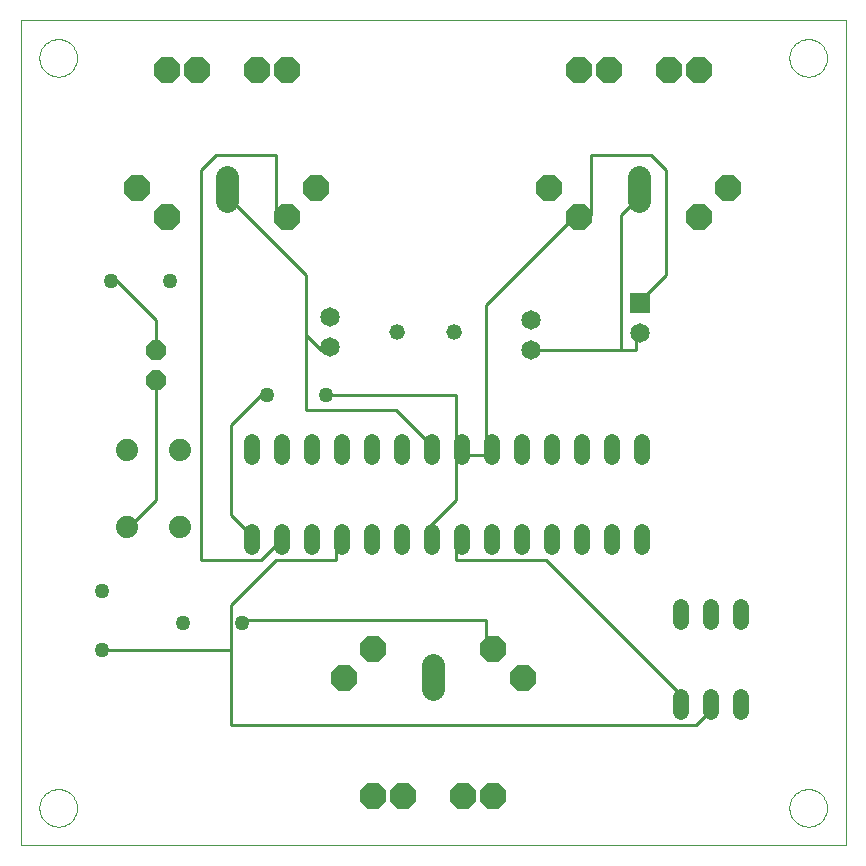
<source format=gtl>
G75*
G70*
%OFA0B0*%
%FSLAX24Y24*%
%IPPOS*%
%LPD*%
%AMOC8*
5,1,8,0,0,1.08239X$1,22.5*
%
%ADD10C,0.0000*%
%ADD11C,0.0520*%
%ADD12C,0.0740*%
%ADD13C,0.0500*%
%ADD14C,0.0520*%
%ADD15C,0.0650*%
%ADD16C,0.0780*%
%ADD17OC8,0.0860*%
%ADD18R,0.0650X0.0650*%
%ADD19OC8,0.0660*%
%ADD20C,0.0100*%
D10*
X000101Y000106D02*
X000101Y027606D01*
X027601Y027606D01*
X027601Y000106D01*
X000101Y000106D01*
X000726Y001356D02*
X000728Y001406D01*
X000734Y001455D01*
X000744Y001504D01*
X000757Y001551D01*
X000775Y001598D01*
X000796Y001643D01*
X000820Y001686D01*
X000848Y001727D01*
X000879Y001766D01*
X000913Y001802D01*
X000950Y001836D01*
X000990Y001866D01*
X001031Y001893D01*
X001075Y001917D01*
X001120Y001937D01*
X001167Y001953D01*
X001215Y001966D01*
X001264Y001975D01*
X001314Y001980D01*
X001363Y001981D01*
X001413Y001978D01*
X001462Y001971D01*
X001511Y001960D01*
X001558Y001946D01*
X001604Y001927D01*
X001649Y001905D01*
X001692Y001880D01*
X001732Y001851D01*
X001770Y001819D01*
X001806Y001785D01*
X001839Y001747D01*
X001868Y001707D01*
X001894Y001665D01*
X001917Y001621D01*
X001936Y001575D01*
X001952Y001528D01*
X001964Y001479D01*
X001972Y001430D01*
X001976Y001381D01*
X001976Y001331D01*
X001972Y001282D01*
X001964Y001233D01*
X001952Y001184D01*
X001936Y001137D01*
X001917Y001091D01*
X001894Y001047D01*
X001868Y001005D01*
X001839Y000965D01*
X001806Y000927D01*
X001770Y000893D01*
X001732Y000861D01*
X001692Y000832D01*
X001649Y000807D01*
X001604Y000785D01*
X001558Y000766D01*
X001511Y000752D01*
X001462Y000741D01*
X001413Y000734D01*
X001363Y000731D01*
X001314Y000732D01*
X001264Y000737D01*
X001215Y000746D01*
X001167Y000759D01*
X001120Y000775D01*
X001075Y000795D01*
X001031Y000819D01*
X000990Y000846D01*
X000950Y000876D01*
X000913Y000910D01*
X000879Y000946D01*
X000848Y000985D01*
X000820Y001026D01*
X000796Y001069D01*
X000775Y001114D01*
X000757Y001161D01*
X000744Y001208D01*
X000734Y001257D01*
X000728Y001306D01*
X000726Y001356D01*
X000726Y026356D02*
X000728Y026406D01*
X000734Y026455D01*
X000744Y026504D01*
X000757Y026551D01*
X000775Y026598D01*
X000796Y026643D01*
X000820Y026686D01*
X000848Y026727D01*
X000879Y026766D01*
X000913Y026802D01*
X000950Y026836D01*
X000990Y026866D01*
X001031Y026893D01*
X001075Y026917D01*
X001120Y026937D01*
X001167Y026953D01*
X001215Y026966D01*
X001264Y026975D01*
X001314Y026980D01*
X001363Y026981D01*
X001413Y026978D01*
X001462Y026971D01*
X001511Y026960D01*
X001558Y026946D01*
X001604Y026927D01*
X001649Y026905D01*
X001692Y026880D01*
X001732Y026851D01*
X001770Y026819D01*
X001806Y026785D01*
X001839Y026747D01*
X001868Y026707D01*
X001894Y026665D01*
X001917Y026621D01*
X001936Y026575D01*
X001952Y026528D01*
X001964Y026479D01*
X001972Y026430D01*
X001976Y026381D01*
X001976Y026331D01*
X001972Y026282D01*
X001964Y026233D01*
X001952Y026184D01*
X001936Y026137D01*
X001917Y026091D01*
X001894Y026047D01*
X001868Y026005D01*
X001839Y025965D01*
X001806Y025927D01*
X001770Y025893D01*
X001732Y025861D01*
X001692Y025832D01*
X001649Y025807D01*
X001604Y025785D01*
X001558Y025766D01*
X001511Y025752D01*
X001462Y025741D01*
X001413Y025734D01*
X001363Y025731D01*
X001314Y025732D01*
X001264Y025737D01*
X001215Y025746D01*
X001167Y025759D01*
X001120Y025775D01*
X001075Y025795D01*
X001031Y025819D01*
X000990Y025846D01*
X000950Y025876D01*
X000913Y025910D01*
X000879Y025946D01*
X000848Y025985D01*
X000820Y026026D01*
X000796Y026069D01*
X000775Y026114D01*
X000757Y026161D01*
X000744Y026208D01*
X000734Y026257D01*
X000728Y026306D01*
X000726Y026356D01*
X025726Y026356D02*
X025728Y026406D01*
X025734Y026455D01*
X025744Y026504D01*
X025757Y026551D01*
X025775Y026598D01*
X025796Y026643D01*
X025820Y026686D01*
X025848Y026727D01*
X025879Y026766D01*
X025913Y026802D01*
X025950Y026836D01*
X025990Y026866D01*
X026031Y026893D01*
X026075Y026917D01*
X026120Y026937D01*
X026167Y026953D01*
X026215Y026966D01*
X026264Y026975D01*
X026314Y026980D01*
X026363Y026981D01*
X026413Y026978D01*
X026462Y026971D01*
X026511Y026960D01*
X026558Y026946D01*
X026604Y026927D01*
X026649Y026905D01*
X026692Y026880D01*
X026732Y026851D01*
X026770Y026819D01*
X026806Y026785D01*
X026839Y026747D01*
X026868Y026707D01*
X026894Y026665D01*
X026917Y026621D01*
X026936Y026575D01*
X026952Y026528D01*
X026964Y026479D01*
X026972Y026430D01*
X026976Y026381D01*
X026976Y026331D01*
X026972Y026282D01*
X026964Y026233D01*
X026952Y026184D01*
X026936Y026137D01*
X026917Y026091D01*
X026894Y026047D01*
X026868Y026005D01*
X026839Y025965D01*
X026806Y025927D01*
X026770Y025893D01*
X026732Y025861D01*
X026692Y025832D01*
X026649Y025807D01*
X026604Y025785D01*
X026558Y025766D01*
X026511Y025752D01*
X026462Y025741D01*
X026413Y025734D01*
X026363Y025731D01*
X026314Y025732D01*
X026264Y025737D01*
X026215Y025746D01*
X026167Y025759D01*
X026120Y025775D01*
X026075Y025795D01*
X026031Y025819D01*
X025990Y025846D01*
X025950Y025876D01*
X025913Y025910D01*
X025879Y025946D01*
X025848Y025985D01*
X025820Y026026D01*
X025796Y026069D01*
X025775Y026114D01*
X025757Y026161D01*
X025744Y026208D01*
X025734Y026257D01*
X025728Y026306D01*
X025726Y026356D01*
X025726Y001356D02*
X025728Y001406D01*
X025734Y001455D01*
X025744Y001504D01*
X025757Y001551D01*
X025775Y001598D01*
X025796Y001643D01*
X025820Y001686D01*
X025848Y001727D01*
X025879Y001766D01*
X025913Y001802D01*
X025950Y001836D01*
X025990Y001866D01*
X026031Y001893D01*
X026075Y001917D01*
X026120Y001937D01*
X026167Y001953D01*
X026215Y001966D01*
X026264Y001975D01*
X026314Y001980D01*
X026363Y001981D01*
X026413Y001978D01*
X026462Y001971D01*
X026511Y001960D01*
X026558Y001946D01*
X026604Y001927D01*
X026649Y001905D01*
X026692Y001880D01*
X026732Y001851D01*
X026770Y001819D01*
X026806Y001785D01*
X026839Y001747D01*
X026868Y001707D01*
X026894Y001665D01*
X026917Y001621D01*
X026936Y001575D01*
X026952Y001528D01*
X026964Y001479D01*
X026972Y001430D01*
X026976Y001381D01*
X026976Y001331D01*
X026972Y001282D01*
X026964Y001233D01*
X026952Y001184D01*
X026936Y001137D01*
X026917Y001091D01*
X026894Y001047D01*
X026868Y001005D01*
X026839Y000965D01*
X026806Y000927D01*
X026770Y000893D01*
X026732Y000861D01*
X026692Y000832D01*
X026649Y000807D01*
X026604Y000785D01*
X026558Y000766D01*
X026511Y000752D01*
X026462Y000741D01*
X026413Y000734D01*
X026363Y000731D01*
X026314Y000732D01*
X026264Y000737D01*
X026215Y000746D01*
X026167Y000759D01*
X026120Y000775D01*
X026075Y000795D01*
X026031Y000819D01*
X025990Y000846D01*
X025950Y000876D01*
X025913Y000910D01*
X025879Y000946D01*
X025848Y000985D01*
X025820Y001026D01*
X025796Y001069D01*
X025775Y001114D01*
X025757Y001161D01*
X025744Y001208D01*
X025734Y001257D01*
X025728Y001306D01*
X025726Y001356D01*
D11*
X024101Y004546D02*
X024101Y005066D01*
X023101Y005066D02*
X023101Y004546D01*
X022101Y004546D02*
X022101Y005066D01*
X022101Y007546D02*
X022101Y008066D01*
X023101Y008066D02*
X023101Y007546D01*
X024101Y007546D02*
X024101Y008066D01*
X020801Y010046D02*
X020801Y010566D01*
X019801Y010566D02*
X019801Y010046D01*
X018801Y010046D02*
X018801Y010566D01*
X017801Y010566D02*
X017801Y010046D01*
X016801Y010046D02*
X016801Y010566D01*
X015801Y010566D02*
X015801Y010046D01*
X014801Y010046D02*
X014801Y010566D01*
X013801Y010566D02*
X013801Y010046D01*
X012801Y010046D02*
X012801Y010566D01*
X011801Y010566D02*
X011801Y010046D01*
X010801Y010046D02*
X010801Y010566D01*
X009801Y010566D02*
X009801Y010046D01*
X008801Y010046D02*
X008801Y010566D01*
X007801Y010566D02*
X007801Y010046D01*
X007801Y013046D02*
X007801Y013566D01*
X008801Y013566D02*
X008801Y013046D01*
X009801Y013046D02*
X009801Y013566D01*
X010801Y013566D02*
X010801Y013046D01*
X011801Y013046D02*
X011801Y013566D01*
X012801Y013566D02*
X012801Y013046D01*
X013801Y013046D02*
X013801Y013566D01*
X014801Y013566D02*
X014801Y013046D01*
X015801Y013046D02*
X015801Y013566D01*
X016801Y013566D02*
X016801Y013046D01*
X017801Y013046D02*
X017801Y013566D01*
X018801Y013566D02*
X018801Y013046D01*
X019801Y013046D02*
X019801Y013566D01*
X020801Y013566D02*
X020801Y013046D01*
D12*
X005416Y013286D03*
X003636Y013286D03*
X003636Y010726D03*
X005416Y010726D03*
D13*
X002801Y008590D03*
X002801Y006621D03*
X005517Y007506D03*
X007485Y007506D03*
X008317Y015106D03*
X010285Y015106D03*
X005085Y018906D03*
X003117Y018906D03*
D14*
X012651Y017206D03*
X014551Y017206D03*
D15*
X017101Y017606D03*
X017101Y016606D03*
X020751Y017181D03*
X010401Y016706D03*
X010401Y017706D03*
D16*
X006976Y021599D02*
X006976Y022379D01*
X020726Y022379D02*
X020726Y021599D01*
X013851Y006113D02*
X013851Y005333D01*
D17*
X011851Y006644D03*
X010890Y005683D03*
X011851Y001762D03*
X012851Y001762D03*
X014851Y001762D03*
X015851Y001762D03*
X016851Y005683D03*
X015851Y006644D03*
X018726Y021067D03*
X017726Y022028D03*
X018726Y025949D03*
X019726Y025949D03*
X021726Y025949D03*
X022726Y025949D03*
X023686Y022028D03*
X022726Y021067D03*
X009936Y022028D03*
X008976Y021067D03*
X004976Y021067D03*
X003976Y022028D03*
X004976Y025949D03*
X005976Y025949D03*
X007976Y025949D03*
X008976Y025949D03*
D18*
X020751Y018181D03*
D19*
X004601Y016606D03*
X004601Y015606D03*
D20*
X004601Y011606D01*
X003601Y010606D01*
X003636Y010726D01*
X006101Y009606D02*
X006101Y022606D01*
X006601Y023106D01*
X008601Y023106D01*
X008601Y021106D01*
X008976Y021067D01*
X007101Y021606D02*
X006976Y021989D01*
X007101Y021606D02*
X009601Y019106D01*
X009601Y017106D01*
X009601Y014606D01*
X012601Y014606D01*
X013601Y013606D01*
X013801Y013306D01*
X014601Y013106D02*
X014801Y013306D01*
X014601Y013606D01*
X014601Y015106D01*
X010285Y015106D01*
X010101Y015106D01*
X010101Y016606D02*
X010401Y016706D01*
X010101Y016606D02*
X009601Y017106D01*
X008317Y015106D02*
X008101Y015106D01*
X007101Y014106D01*
X007101Y011106D01*
X007601Y010606D01*
X007801Y010306D01*
X008101Y009606D02*
X008801Y010306D01*
X008601Y009606D02*
X010601Y009606D01*
X010601Y010106D01*
X010801Y010306D01*
X008601Y009606D02*
X007101Y008106D01*
X007101Y006606D01*
X007101Y004106D01*
X022601Y004106D01*
X023101Y004606D01*
X023101Y004806D01*
X022101Y004806D02*
X022101Y005106D01*
X017601Y009606D01*
X014601Y009606D01*
X014601Y010106D01*
X014801Y010306D01*
X013801Y010306D02*
X013601Y010606D01*
X014601Y011606D01*
X014601Y013106D01*
X015601Y013106D01*
X015801Y013306D01*
X015601Y013606D01*
X015601Y018106D01*
X018601Y021106D01*
X018726Y021067D01*
X019101Y021106D01*
X019101Y023106D01*
X021101Y023106D01*
X021601Y022606D01*
X021601Y019106D01*
X020601Y018106D01*
X020751Y018181D01*
X020751Y017181D02*
X020601Y017106D01*
X020601Y016606D01*
X020101Y016606D01*
X020101Y021106D01*
X020601Y021606D01*
X020726Y021989D01*
X020101Y016606D02*
X017101Y016606D01*
X015601Y007606D02*
X015601Y006606D01*
X015851Y006644D01*
X015601Y007606D02*
X007601Y007606D01*
X007485Y007506D01*
X007101Y006606D02*
X002601Y006606D01*
X002801Y006621D01*
X006101Y009606D02*
X008101Y009606D01*
X004601Y016606D02*
X004601Y017606D01*
X003101Y019106D01*
X003117Y018906D01*
M02*

</source>
